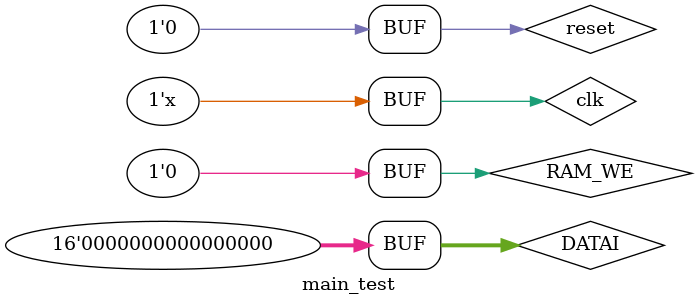
<source format=v>
`timescale 1ns / 1ps

module main_test();
	//variable declaration
	//regs
	reg clk;
	reg reset;
	reg RAM_WE = 0;
	reg [15:0] DATAI = 0;
	//wires
	wire [2:0] SELA;
	wire [2:0] SELB;
	wire [2:0] SELD;
	wire [15:0] DATAA;
	wire [15:0] DATAB;
	wire [15:0] DATAD;
	wire [4:0] ALUOP;
	wire [7:0] IMME;
	wire [15:0] DATAO;
	wire [1:0] OPCODE;
	wire [15:0] PCO;
	wire 	JMPBRANCH;
	wire	ENFETCH;
	wire	ENDECO;
	wire	ENRGRD;
	wire	ENALU;
	wire	ENRGWR;
	wire	ENMEM;
	wire    UPDATE;
	wire	REGWE;
	//wire    DATARESULT;
	
	//assignments
	assign  ENRGWR = REGWE & UPDATE;
	assign	OPCODE = (reset) ? 2'b11 : ((JMPBRANCH) ? 2'b10 : ((ENMEM) ? 2'b01 : 2'b00));
	
	
	//instantiations
	reg_file main_reg(
		//inputs
		clk,
		ENRGRD,
		ENRGWR,
		SELA,
		SELB,
		SELD,
		DATAD,
		//outputs
		DATAA,
		DATAB
	);
	inst_deco main_inst(
		//INPUTS
		clk	,
		ENDECO	,
		DATAO	,
		//OUTPUTS
		ALUOP	,
		SELA	,
		SELB	,
		SELD	,
		IMME	,
		REGWE	
	);
	
	alu main_alu(
	//inputs
		clk,
		ENALU,
		ALUOP,
		DATAA,
		DATAB,
		IMME,
	//Outputs
		DATAD,
		JMPBRANCH
	);
	
	control_unit main_ctrl(
	//inputs
		clk,
		reset,
	
	//outputs
		ENFETCH,
		ENDECO,
		ENRGRD,
		ENALU,
		UPDATE,
		ENMEM
	);
	
	pc_unit main_pc(
	//inputs
		clk,
		OPCODE,
		DATAD,
	//outputs
		PCO
	);
	
	fake_ram main_fakeram(
	//inputs
		clk,
		RAM_WE,
		PCO,
		DATAI,
	//outputs
		DATAO
	);
	
	initial begin
	
	clk = 0;
	reset = 1;
	#20
	reset = 0;
	end
	
	//clock generation
	always begin
		#5;
		clk = ~clk;
	end


endmodule
</source>
